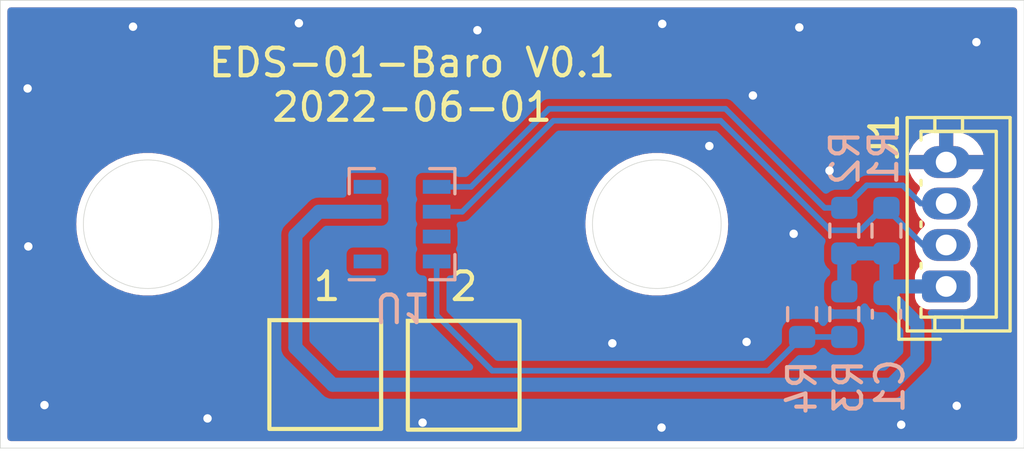
<source format=kicad_pcb>
(kicad_pcb (version 20240108) (generator "pcbnew") (generator_version "8.0")
  (title_block (title "EDS-01-BARO") (date "2022-06-01") (rev "V0.1") (company "Ovobot") (comment 1 "EDS-01-BARO,37x16x1.6mm ,FR4,2层,绿油白字,无铅喷锡"))
  (layers (0 "F.Cu" signal) (31 "B.Cu" signal) (34 "B.Paste" user) (35 "F.Paste" user) (36 "B.SilkS" user "B.Silkscreen") (37 "F.SilkS" user "F.Silkscreen") (38 "B.Mask" user) (39 "F.Mask" user) (44 "Edge.Cuts" user))
  (net 0 "")
  (net 1 "+3V3")
  (net 2 "GND")
  (net 3 "/SCL1")
  (net 4 "/SDA1")
  (net 8 "Net-(U1-Pad8)")
  (footprint "Ovo_Connector_JST:JST_ZH_B04B-ZR_1x04_P1.50mm_Vertical" (layer "F.Cu") (at 160.9344 102.743 90)
    (property "Reference" "J1" (at 5.4102 -2.2352 90) (layer "F.SilkS"))
    (property "Value" "ZH1.5MM/4A")
    (fp_line (start -1.91 -1.71) (end -0.41 -1.71) (stroke (width 0.12)) (layer "F.SilkS"))
    (fp_line (start 6.11 -1.41) (end -1.61 -1.41) (stroke (width 0.12)) (layer "F.SilkS"))
    (fp_line (start -1.61 -1.41) (end -1.61 2.31) (stroke (width 0.12)) (layer "F.SilkS"))
    (fp_line (start 5.61 -0.91) (end 5.3 -0.91) (stroke (width 0.12)) (layer "F.SilkS"))
    (fp_line (start 3.835 -0.91) (end 3.665 -0.91) (stroke (width 0.12)) (layer "F.SilkS"))
    (fp_line (start 2.335 -0.91) (end 2.165 -0.91) (stroke (width 0.12)) (layer "F.SilkS"))
    (fp_line (start 0.835 -0.91) (end 0.665 -0.91) (stroke (width 0.12)) (layer "F.SilkS"))
    (fp_line (start -0.8 -0.91) (end -1.11 -0.91) (stroke (width 0.12)) (layer "F.SilkS"))
    (fp_line (start -1.11 -0.91) (end -1.11 1.81) (stroke (width 0.12)) (layer "F.SilkS"))
    (fp_line (start 6.11 -0.41) (end 6.11 0.59) (stroke (width 0.12)) (layer "F.SilkS"))
    (fp_line (start 5.61 -0.41) (end 6.11 -0.41) (stroke (width 0.12)) (layer "F.SilkS"))
    (fp_line (start -1.11 -0.41) (end -1.61 -0.41) (stroke (width 0.12)) (layer "F.SilkS"))
    (fp_line (start -1.61 -0.41) (end -1.61 0.59) (stroke (width 0.12)) (layer "F.SilkS"))
    (fp_line (start -1.91 -0.21) (end -1.91 -1.71) (stroke (width 0.12)) (layer "F.SilkS"))
    (fp_line (start 6.11 0.59) (end 5.61 0.59) (stroke (width 0.12)) (layer "F.SilkS"))
    (fp_line (start 5.61 0.59) (end 5.61 -0.41) (stroke (width 0.12)) (layer "F.SilkS"))
    (fp_line (start -1.11 0.59) (end -1.11 -0.41) (stroke (width 0.12)) (layer "F.SilkS"))
    (fp_line (start -1.61 0.59) (end -1.11 0.59) (stroke (width 0.12)) (layer "F.SilkS"))
    (fp_line (start 5.61 1.81) (end 5.61 -0.91) (stroke (width 0.12)) (layer "F.SilkS"))
    (fp_line (start -1.11 1.81) (end 5.61 1.81) (stroke (width 0.12)) (layer "F.SilkS"))
    (fp_line (start 6.11 2.31) (end 6.11 -1.41) (stroke (width 0.12)) (layer "F.SilkS"))
    (fp_line (start -1.61 2.31) (end 6.11 2.31) (stroke (width 0.12)) (layer "F.SilkS"))
    (pad "1" thru_hole roundrect (at 0 0 90) (size 1.15 1.75) (drill 0.75) (layers "*.Cu" "*.Mask") (roundrect_rratio 0.2173913043) (net 1 "+3V3"))
    (pad "2" thru_hole oval (at 1.5 0 90) (size 1.15 1.75) (drill 0.75) (layers "*.Cu" "*.Mask") (net 4 "/SDA1"))
    (pad "3" thru_hole oval (at 3 0 90) (size 1.15 1.75) (drill 0.75) (layers "*.Cu" "*.Mask") (net 3 "/SCL1"))
    (pad "4" thru_hole oval (at 4.5 0 90) (size 1.15 1.75) (drill 0.75) (layers "*.Cu" "*.Mask") (net 2 "GND"))
  )
  (footprint "Ovo_Package_LGA:HOPERF_LGA-8_3.8x3.6mm_P0.9mm" (layer "B.Cu") (at 141.2694 100.4896)
    (property "Reference" "U1" (at 0 3 180) (layer "B.SilkS") (effects (justify mirror)))
    (property "Value" "HP203B")
    (fp_line (start -1.91 -2.01) (end -1.91 -1.1) (stroke (width 0.12)) (layer "B.SilkS"))
    (fp_line (start -1.91 2.01) (end -1 2.01) (stroke (width 0.12)) (layer "B.SilkS"))
    (fp_line (start -1 -2.01) (end -1.91 -2.01) (stroke (width 0.12)) (layer "B.SilkS"))
    (fp_line (start 1 2.01) (end 1.91 2.01) (stroke (width 0.12)) (layer "B.SilkS"))
    (fp_line (start 1.91 -2.01) (end 1 -2.01) (stroke (width 0.12)) (layer "B.SilkS"))
    (fp_line (start 1.91 -1.1) (end 1.91 -2.01) (stroke (width 0.12)) (layer "B.SilkS"))
    (fp_line (start 1.91 2.01) (end 1.91 1.1) (stroke (width 0.12)) (layer "B.SilkS"))
    (pad "1" smd rect (at -1.25 1.35) (size 1 0.5) (layers "B.Cu" "B.Paste" "B.Mask"))
    (pad "2" smd rect (at -1.25 0.45) (size 1 0.5) (layers "B.Cu" "B.Paste" "B.Mask") (net 2 "GND"))
    (pad "3" smd rect (at -1.25 -0.45) (size 1 0.5) (layers "B.Cu" "B.Paste" "B.Mask") (net 1 "+3V3"))
    (pad "4" smd rect (at -1.25 -1.35) (size 1 0.5) (layers "B.Cu" "B.Paste" "B.Mask"))
    (pad "5" smd rect (at 1.25 -1.35) (size 1 0.5) (layers "B.Cu" "B.Paste" "B.Mask") (net 3 "/SCL1"))
    (pad "6" smd rect (at 1.25 -0.45) (size 1 0.5) (layers "B.Cu" "B.Paste" "B.Mask") (net 4 "/SDA1"))
    (pad "7" smd rect (at 1.25 0.45) (size 1 0.5) (layers "B.Cu" "B.Paste" "B.Mask"))
    (pad "8" smd rect (at 1.25 1.35) (size 1 0.5) (layers "B.Cu" "B.Paste" "B.Mask") (net 8 "Net-(U1-Pad8)"))
  )
  (footprint "Resistor_SMD:R_0603_1608Metric" (layer "B.Cu") (at 158.7754 100.7242 90)
    (property "Reference" "R1" (at 2.6294 -0.1016 90) (layer "B.SilkS") (effects (justify mirror)))
    (property "Value" "10K")
    (fp_line (start -0.237258 -0.5225) (end 0.237258 -0.5225) (stroke (width 0.12)) (layer "B.SilkS"))
    (fp_line (start -0.237258 0.5225) (end 0.237258 0.5225) (stroke (width 0.12)) (layer "B.SilkS"))
    (pad "1" smd roundrect (at -0.825 0 90) (size 0.8 0.95) (layers "B.Cu" "B.Paste" "B.Mask") (net 1 "+3V3"))
    (pad "2" smd roundrect (at 0.825 0 90) (size 0.8 0.95) (layers "B.Cu" "B.Paste" "B.Mask") (net 4 "/SDA1"))
  )
  (footprint "Capacitor_SMD:C_0603_1608Metric" (layer "B.Cu") (at 158.7754 103.7466 -90)
    (property "Reference" "C1" (at 2.6032 -0.127 90) (layer "B.SilkS") (effects (justify mirror)))
    (property "Value" "4.7uF")
    (fp_line (start -0.14058 0.51) (end 0.14058 0.51) (stroke (width 0.12)) (layer "B.SilkS"))
    (fp_line (start -0.14058 -0.51) (end 0.14058 -0.51) (stroke (width 0.12)) (layer "B.SilkS"))
    (pad "1" smd roundrect (at -0.775 0 270) (size 0.9 0.95) (layers "B.Cu" "B.Paste" "B.Mask") (net 1 "+3V3"))
    (pad "2" smd roundrect (at 0.775 0 270) (size 0.9 0.95) (layers "B.Cu" "B.Paste" "B.Mask") (net 2 "GND"))
  )
  (footprint "Resistor_SMD:R_0603_1608Metric" (layer "B.Cu") (at 157.2514 100.7242 90)
    (property "Reference" "R2" (at 2.6294 0.0254 90) (layer "B.SilkS") (effects (justify mirror)))
    (property "Value" "10K")
    (fp_line (start -0.237258 -0.5225) (end 0.237258 -0.5225) (stroke (width 0.12)) (layer "B.SilkS"))
    (fp_line (start -0.237258 0.5225) (end 0.237258 0.5225) (stroke (width 0.12)) (layer "B.SilkS"))
    (pad "1" smd roundrect (at -0.825 0 90) (size 0.8 0.95) (layers "B.Cu" "B.Paste" "B.Mask") (net 1 "+3V3"))
    (pad "2" smd roundrect (at 0.825 0 90) (size 0.8 0.95) (layers "B.Cu" "B.Paste" "B.Mask") (net 3 "/SCL1"))
  )
  (footprint "Resistor_SMD:R_0603_1608Metric" (layer "B.Cu") (at 155.7274 103.7458 -90)
    (property "Reference" "R4" (at 2.6548 0 90) (layer "B.SilkS") (effects (justify mirror)))
    (property "Value" "10K")
    (fp_line (start -0.237258 0.5225) (end 0.237258 0.5225) (stroke (width 0.12)) (layer "B.SilkS"))
    (fp_line (start -0.237258 -0.5225) (end 0.237258 -0.5225) (stroke (width 0.12)) (layer "B.SilkS"))
    (pad "1" smd roundrect (at -0.825 0 270) (size 0.8 0.95) (layers "B.Cu" "B.Paste" "B.Mask") (net 2 "GND"))
    (pad "2" smd roundrect (at 0.825 0 270) (size 0.8 0.95) (layers "B.Cu" "B.Paste" "B.Mask") (net 8 "Net-(U1-Pad8)"))
  )
  (footprint "Resistor_SMD:R_0603_1608Metric" (layer "B.Cu") (at 157.2514 103.7458 -90)
    (property "Reference" "R3" (at 2.6294 -0.1524 90) (layer "B.SilkS") (effects (justify mirror)))
    (property "Value" "10K")
    (fp_line (start -0.237258 0.5225) (end 0.237258 0.5225) (stroke (width 0.12)) (layer "B.SilkS"))
    (fp_line (start -0.237258 -0.5225) (end 0.237258 -0.5225) (stroke (width 0.12)) (layer "B.SilkS"))
    (pad "1" smd roundrect (at -0.825 0 270) (size 0.8 0.95) (layers "B.Cu" "B.Paste" "B.Mask") (net 1 "+3V3"))
    (pad "2" smd roundrect (at 0.825 0 270) (size 0.8 0.95) (layers "B.Cu" "B.Paste" "B.Mask") (net 8 "Net-(U1-Pad8)"))
  )
  (gr_rect (start 141.478 103.9876) (end 145.5166 107.9246) (stroke (width 0.15)) (fill none) (layer "F.SilkS"))
  (gr_rect (start 136.4742 103.9622) (end 140.5128 107.8992) (stroke (width 0.15)) (fill none) (layer "F.SilkS"))
  (gr_circle (center 132.0764 100.4916) (end 134.4014 100.4916) (stroke (width 0.025)) (fill none) (layer "Edge.Cuts"))
  (gr_line (start 163.7514 108.5916) (end 126.7514 108.5916) (stroke (width 0.025)) (layer "Edge.Cuts"))
  (gr_line (start 163.7514 92.3916) (end 163.7514 108.5916) (stroke (width 0.025)) (layer "Edge.Cuts"))
  (gr_circle (center 150.4764 100.4916) (end 152.8014 100.4916) (stroke (width 0.025)) (fill none) (layer "Edge.Cuts"))
  (gr_line (start 126.7514 108.5916) (end 126.7514 92.3916) (stroke (width 0.025)) (layer "Edge.Cuts"))
  (gr_line (start 126.7514 92.3916) (end 163.7514 92.3916) (stroke (width 0.025)) (layer "Edge.Cuts"))
  (gr_text "1" (at 138.557 102.743 0) (layer "F.SilkS") (effects (font (size 1 1))))
  (gr_text "2" (at 143.51 102.743 0) (layer "F.SilkS") (effects (font (size 1 1))))
  (gr_text "EDS-01-Baro V0.1\n2022-06-01" (at 141.6304 95.4532 0) (layer "F.SilkS") (effects (font (size 1 1))))
  (segment (start 138.2632 100.0396) (end 137.414 100.8888) (width 0.508) (layer "B.Cu") (net 1))
  (segment (start 158.9532 106.299) (end 159.893 105.3592) (width 0.508) (layer "B.Cu") (net 1))
  (segment (start 157.2514 101.5492) (end 157.2514 102.9208) (width 0.508) (layer "B.Cu") (net 1))
  (segment (start 160.9344 102.743) (end 159.004 102.743) (width 0.508) (layer "B.Cu") (net 1))
  (segment (start 159.893 104.0892) (end 158.7754 102.9716) (width 0.508) (layer "B.Cu") (net 1))
  (segment (start 137.414 104.9528) (end 138.7602 106.299) (width 0.508) (layer "B.Cu") (net 1))
  (segment (start 138.7602 106.299) (end 158.9532 106.299) (width 0.508) (layer "B.Cu") (net 1))
  (segment (start 159.893 105.3592) (end 159.893 104.0892) (width 0.508) (layer "B.Cu") (net 1))
  (segment (start 140.0194 100.0396) (end 138.2632 100.0396) (width 0.508) (layer "B.Cu") (net 1))
  (segment (start 158.7754 102.9716) (end 158.7754 101.5492) (width 0.508) (layer "B.Cu") (net 1))
  (segment (start 137.414 100.8888) (end 137.414 104.9528) (width 0.508) (layer "B.Cu") (net 1))
  (segment (start 157.2514 101.5492) (end 158.7754 101.5492) (width 0.508) (layer "B.Cu") (net 1))
  (segment (start 159.004 102.743) (end 158.7754 102.9716) (width 0.508) (layer "B.Cu") (net 1))
  (via (at 142.0114 107.6706) (size 0.6096) (drill 0.3048) (layers "F.Cu" "B.Cu") (net 2))
  (via (at 150.6474 107.8484) (size 0.6096) (drill 0.3048) (layers "F.Cu" "B.Cu") (net 2))
  (via (at 159.3088 107.7468) (size 0.6096) (drill 0.3048) (layers "F.Cu" "B.Cu") (net 2))
  (via (at 137.541 93.218) (size 0.6096) (drill 0.3048) (layers "F.Cu" "B.Cu") (net 2))
  (via (at 148.8694 104.8004) (size 0.6096) (drill 0.3048) (layers "F.Cu" "B.Cu") (net 2))
  (via (at 127.7366 95.5802) (size 0.6096) (drill 0.3048) (layers "F.Cu" "B.Cu") (net 2))
  (via (at 152.3746 97.663) (size 0.6096) (drill 0.3048) (layers "F.Cu" "B.Cu") (net 2))
  (via (at 127.762 101.2952) (size 0.6096) (drill 0.3048) (layers "F.Cu" "B.Cu") (net 2))
  (via (at 143.9926 93.472) (size 0.6096) (drill 0.3048) (layers "F.Cu" "B.Cu") (net 2))
  (via (at 156.718 98.552) (size 0.6096) (drill 0.3048) (layers "F.Cu" "B.Cu") (net 2))
  (via (at 161.3154 107.061) (size 0.6096) (drill 0.3048) (layers "F.Cu" "B.Cu") (net 2))
  (via (at 162.0266 93.9038) (size 0.6096) (drill 0.3048) (layers "F.Cu" "B.Cu") (net 2))
  (via (at 131.5466 93.345) (size 0.6096) (drill 0.3048) (layers "F.Cu" "B.Cu") (net 2))
  (via (at 153.9494 95.8342) (size 0.6096) (drill 0.3048) (layers "F.Cu" "B.Cu") (net 2))
  (via (at 153.7208 104.7496) (size 0.6096) (drill 0.3048) (layers "F.Cu" "B.Cu") (net 2))
  (via (at 134.239 107.5182) (size 0.6096) (drill 0.3048) (layers "F.Cu" "B.Cu") (net 2))
  (via (at 155.4226 100.838) (size 0.6096) (drill 0.3048) (layers "F.Cu" "B.Cu") (net 2))
  (via (at 128.3462 107.0356) (size 0.6096) (drill 0.3048) (layers "F.Cu" "B.Cu") (net 2))
  (via (at 155.6258 93.3704) (size 0.6096) (drill 0.3048) (layers "F.Cu" "B.Cu") (net 2))
  (via (at 150.6728 93.2434) (size 0.6096) (drill 0.3048) (layers "F.Cu" "B.Cu") (net 2))
  (segment (start 160.9344 99.743) (end 160.0172 99.743) (width 0.2032) (layer "B.Cu") (net 3))
  (segment (start 157.2514 99.8992) (end 156.5412 99.8992) (width 0.2032) (layer "B.Cu") (net 3))
  (segment (start 158.0652 99.0854) (end 157.2514 99.8992) (width 0.2032) (layer "B.Cu") (net 3))
  (segment (start 156.5412 99.8992) (end 152.9588 96.3168) (width 0.2032) (layer "B.Cu") (net 3))
  (segment (start 159.3596 99.0854) (end 158.0652 99.0854) (width 0.2032) (layer "B.Cu") (net 3))
  (segment (start 146.5834 96.3168) (end 143.7606 99.1396) (width 0.2032) (layer "B.Cu") (net 3))
  (segment (start 160.0172 99.743) (end 159.3596 99.0854) (width 0.2032) (layer "B.Cu") (net 3))
  (segment (start 143.7606 99.1396) (end 142.5194 99.1396) (width 0.2032) (layer "B.Cu") (net 3))
  (segment (start 152.9588 96.3168) (end 146.5834 96.3168) (width 0.2032) (layer "B.Cu") (net 3))
  (segment (start 157.8356 100.711) (end 156.74388 100.711) (width 0.2032) (layer "B.Cu") (net 4))
  (segment (start 158.6474 99.8992) (end 157.8356 100.711) (width 0.2032) (layer "B.Cu") (net 4))
  (segment (start 160.9344 101.243) (end 160.0948 101.243) (width 0.2032) (layer "B.Cu") (net 4))
  (segment (start 158.7754 99.9236) (end 158.7754 99.8992) (width 0.2032) (layer "B.Cu") (net 4))
  (segment (start 152.78148 96.7486) (end 146.7358 96.7486) (width 0.2032) (layer "B.Cu") (net 4))
  (segment (start 143.4448 100.0396) (end 142.5194 100.0396) (width 0.2032) (layer "B.Cu") (net 4))
  (segment (start 158.7754 99.8992) (end 158.6474 99.8992) (width 0.2032) (layer "B.Cu") (net 4))
  (segment (start 156.74388 100.711) (end 152.78148 96.7486) (width 0.2032) (layer "B.Cu") (net 4))
  (segment (start 146.7358 96.7486) (end 143.4448 100.0396) (width 0.2032) (layer "B.Cu") (net 4))
  (segment (start 160.0948 101.243) (end 158.7754 99.9236) (width 0.2032) (layer "B.Cu") (net 4))
  (segment (start 142.5194 101.8396) (end 142.5194 103.78488) (width 0.2032) (layer "B.Cu") (net 8))
  (segment (start 142.5194 103.78488) (end 144.526 105.79148) (width 0.2032) (layer "B.Cu") (net 8))
  (segment (start 144.526 105.79148) (end 154.50672 105.79148) (width 0.2032) (layer "B.Cu") (net 8))
  (segment (start 154.50672 105.79148) (end 155.7274 104.5708) (width 0.2032) (layer "B.Cu") (net 8))
  (segment (start 155.7274 104.5708) (end 157.2514 104.5708) (width 0.2032) (layer "B.Cu") (net 8))
  (zone (net 2) (net_name "GND") (layers "F&B.Cu") (connect_pads thru_hole_only (clearance 0.254)) (min_thickness 0.254) (fill yes (thermal_gap 0.508) (thermal_bridge_width 0.508))
    (polygon (pts (xy 163.7538 108.6104) (xy 126.746 108.6104) (xy 126.746 92.3798) (xy 163.7538 92.3798)))
  )
)
</source>
